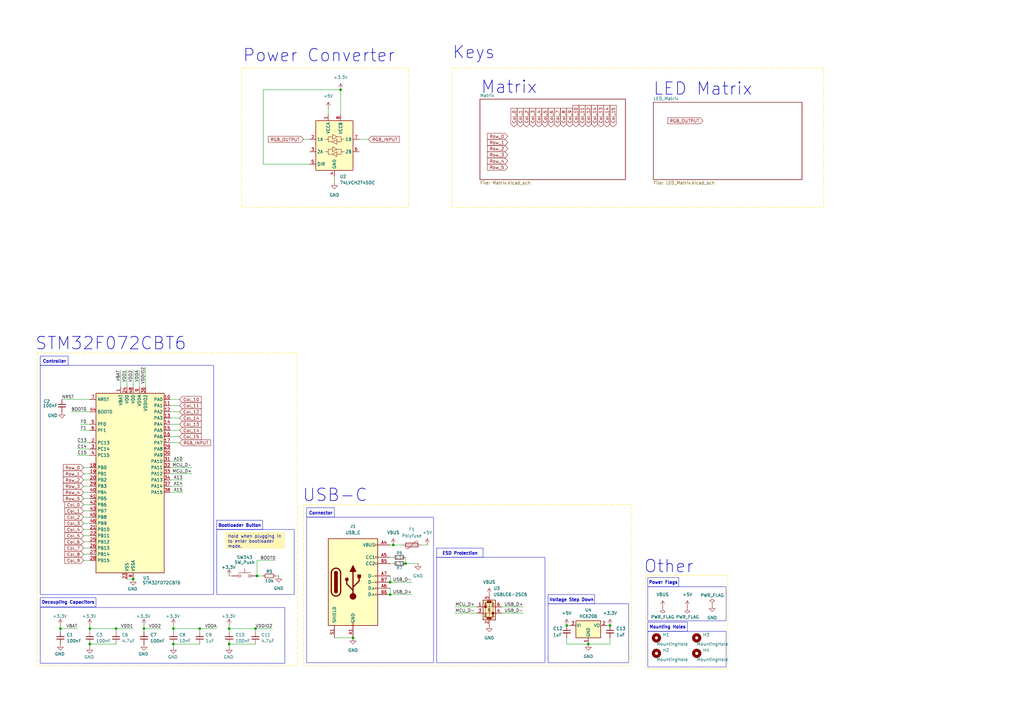
<source format=kicad_sch>
(kicad_sch (version 20250114) (generator "eeschema") (generator_version "9.0")
  (paper "A3")
  (title_block (rev "V1.0.0"))
  (lib_symbols
    (symbol "Connector:USB_C_Receptacle_USB2.0_14P" (pin_names (offset 1.016))
      (property "Reference" "J" (at 0 22.225 0))
      (property "Value" "USB_C_Receptacle_USB2.0_14P" (at 0 19.685 0))
      (symbol "USB_C_Receptacle_USB2.0_14P_0_0"
        (rectangle (start -0.254 -17.78) (end 0.254 -16.764))
        (rectangle (start 10.16 15.494) (end 9.144 14.986))
        (rectangle (start 10.16 10.414) (end 9.144 9.906))
        (rectangle (start 10.16 7.874) (end 9.144 7.366))
        (rectangle (start 10.16 2.794) (end 9.144 2.286))
        (rectangle (start 10.16 0.254) (end 9.144 -0.254))
        (rectangle (start 10.16 -2.286) (end 9.144 -2.794))
        (rectangle (start 10.16 -4.826) (end 9.144 -5.334))
      )
      (symbol "USB_C_Receptacle_USB2.0_14P_0_1"
        (rectangle (start -10.16 17.78) (end 10.16 -17.78) (stroke (width 0.254)) (fill (type background)))
        (polyline (pts (xy -8.89 -3.81) (xy -8.89 3.81)) (stroke (width 0.508)))
        (rectangle (start -7.62 -3.81) (end -6.35 3.81) (stroke (width 0.254)) (fill (type outline)))
        (arc (start -7.62 3.81) (mid -6.985 4.4423) (end -6.35 3.81) (stroke (width 0.254)))
        (arc (start -7.62 3.81) (mid -6.985 4.4423) (end -6.35 3.81) (stroke (width 0.254)) (fill (type outline)))
        (arc (start -8.89 3.81) (mid -6.985 5.7067) (end -5.08 3.81) (stroke (width 0.508)))
        (arc (start -5.08 -3.81) (mid -6.985 -5.7067) (end -8.89 -3.81) (stroke (width 0.508)))
        (arc (start -6.35 -3.81) (mid -6.985 -4.4423) (end -7.62 -3.81) (stroke (width 0.254)))
        (arc (start -6.35 -3.81) (mid -6.985 -4.4423) (end -7.62 -3.81) (stroke (width 0.254)) (fill (type outline)))
        (polyline (pts (xy -5.08 3.81) (xy -5.08 -3.81)) (stroke (width 0.508)))
        (circle (center -2.54 1.143) (radius 0.635) (stroke (width 0.254)) (fill (type outline)))
        (polyline (pts (xy -1.27 4.318) (xy 0 6.858) (xy 1.27 4.318) (xy -1.27 4.318)) (stroke (width 0.254)) (fill (type outline)))
        (polyline (pts (xy 0 -2.032) (xy 2.54 0.508) (xy 2.54 1.778)) (stroke (width 0.508)))
        (polyline (pts (xy 0 -3.302) (xy -2.54 -0.762) (xy -2.54 0.508)) (stroke (width 0.508)))
        (polyline (pts (xy 0 -5.842) (xy 0 4.318)) (stroke (width 0.508)))
        (circle (center 0 -5.842) (radius 1.27) (fill (type outline)))
        (rectangle (start 1.905 1.778) (end 3.175 3.048) (stroke (width 0.254)) (fill (type outline)))
      )
      (symbol "USB_C_Receptacle_USB2.0_14P_1_1"
        (pin passive line (at -7.62 -22.86 90) (length 5.08) (name "SHIELD") (number "S1"))
        (pin passive line (at 0 -22.86 90) (length 5.08) (name "GND") (number "A1"))
        (pin passive line (at 0 -22.86 90) (length 5.08) (hide yes) (name "GND") (number "A12"))
        (pin passive line (at 0 -22.86 90) (length 5.08) (hide yes) (name "GND") (number "B1"))
        (pin passive line (at 0 -22.86 90) (length 5.08) (hide yes) (name "GND") (number "B12"))
        (pin passive line (at 15.24 15.24 180) (length 5.08) (name "VBUS") (number "A4"))
        (pin passive line (at 15.24 15.24 180) (length 5.08) (hide yes) (name "VBUS") (number "A9"))
        (pin passive line (at 15.24 15.24 180) (length 5.08) (hide yes) (name "VBUS") (number "B4"))
        (pin passive line (at 15.24 15.24 180) (length 5.08) (hide yes) (name "VBUS") (number "B9"))
        (pin bidirectional line (at 15.24 10.16 180) (length 5.08) (name "CC1") (number "A5"))
        (pin bidirectional line (at 15.24 7.62 180) (length 5.08) (name "CC2") (number "B5"))
        (pin bidirectional line (at 15.24 2.54 180) (length 5.08) (name "D-") (number "A7"))
        (pin bidirectional line (at 15.24 0 180) (length 5.08) (name "D-") (number "B7"))
        (pin bidirectional line (at 15.24 -2.54 180) (length 5.08) (name "D+") (number "A6"))
        (pin bidirectional line (at 15.24 -5.08 180) (length 5.08) (name "D+") (number "B6"))
      )
    )
    (symbol "Device:C_Small" (pin_numbers (hide yes)) (pin_names (offset 0.254) (hide yes))
      (property "Reference" "C" (at 0.254 1.778 0))
      (property "Value" "C_Small" (at 0.254 -2.032 0))
      (symbol "C_Small_0_1"
        (polyline (pts (xy -1.524 0.508) (xy 1.524 0.508)) (stroke (width 0.3048)))
        (polyline (pts (xy -1.524 -0.508) (xy 1.524 -0.508)) (stroke (width 0.3302)))
      )
      (symbol "C_Small_1_1"
        (pin passive line (at 0 2.54 270) (length 2.032) (name "~") (number "1"))
        (pin passive line (at 0 -2.54 90) (length 2.032) (name "~") (number "2"))
      )
    )
    (symbol "Device:Polyfuse" (pin_numbers (hide yes)) (pin_names (offset 0))
      (property "Reference" "F" (at -2.54 0 90))
      (property "Value" "Polyfuse" (at 2.54 0 90))
      (symbol "Polyfuse_0_1"
        (polyline (pts (xy -1.524 2.54) (xy -1.524 1.524) (xy 1.524 -1.524) (xy 1.524 -2.54)))
        (rectangle (start -0.762 2.54) (end 0.762 -2.54) (stroke (width 0.254)))
        (polyline (pts (xy 0 2.54) (xy 0 -2.54)))
      )
      (symbol "Polyfuse_1_1"
        (pin passive line (at 0 3.81 270) (length 1.27) (name "~") (number "1"))
        (pin passive line (at 0 -3.81 90) (length 1.27) (name "~") (number "2"))
      )
    )
    (symbol "Device:R_Small" (pin_numbers (hide yes)) (pin_names (offset 0.254) (hide yes))
      (property "Reference" "R" (at 0.762 0.508 0))
      (property "Value" "R_Small" (at 0.762 -1.016 0))
      (symbol "R_Small_0_1"
        (rectangle (start -0.762 1.778) (end 0.762 -1.778) (stroke (width 0.2032)))
      )
      (symbol "R_Small_1_1"
        (pin passive line (at 0 2.54 270) (length 0.762) (name "~") (number "1"))
        (pin passive line (at 0 -2.54 90) (length 0.762) (name "~") (number "2"))
      )
    )
    (symbol "Logic_LevelTranslator:74LVCH2T45DC"
      (property "Reference" "U" (at 6.35 -11.43 0))
      (property "Value" "74LVCH2T45DC" (at 10.16 11.43 0))
      (symbol "74LVCH2T45DC_1_1"
        (rectangle (start -7.62 10.16) (end 7.62 -10.16) (stroke (width 0.254)) (fill (type background)))
        (polyline (pts (xy -2.54 2.54) (xy -2.54 3.556) (xy -0.762 3.556)))
        (polyline (pts (xy -2.54 -2.54) (xy -2.54 -1.524) (xy -0.762 -1.524)))
        (polyline (pts (xy -0.762 2.54) (xy -0.762 4.572) (xy 1.016 3.556) (xy -0.762 2.54)))
        (polyline (pts (xy -0.762 1.524) (xy -2.54 1.524) (xy -2.54 2.54) (xy -3.81 2.54)))
        (polyline (pts (xy -0.762 -2.54) (xy -0.762 -0.508) (xy 1.016 -1.524) (xy -0.762 -2.54)))
        (polyline (pts (xy -0.762 -3.556) (xy -2.54 -3.556) (xy -2.54 -2.54) (xy -3.81 -2.54)))
        (polyline (pts (xy 1.016 3.556) (xy 2.794 3.556) (xy 2.794 2.54) (xy 4.064 2.54)))
        (polyline (pts (xy 1.016 2.54) (xy 1.016 0.762) (xy 1.016 0.508) (xy -0.762 1.524) (xy 1.016 2.54)))
        (polyline (pts (xy 1.016 -1.524) (xy 2.794 -1.524) (xy 2.794 -2.54) (xy 4.064 -2.54)))
        (polyline (pts (xy 1.016 -2.54) (xy 1.016 -4.318) (xy 1.016 -4.572) (xy -0.762 -3.556) (xy 1.016 -2.54)))
        (polyline (pts (xy 2.794 2.54) (xy 2.794 1.524) (xy 1.016 1.524)))
        (polyline (pts (xy 2.794 -2.54) (xy 2.794 -3.556) (xy 1.016 -3.556)))
        (pin bidirectional line (at -10.16 2.54 0) (length 2.54) (name "1A") (number "2"))
        (pin bidirectional line (at -10.16 -2.54 0) (length 2.54) (name "2A") (number "3"))
        (pin input line (at -10.16 -7.62 0) (length 2.54) (name "DIR") (number "5"))
        (pin power_in line (at -2.54 12.7 270) (length 2.54) (name "VCCA") (number "1"))
        (pin power_in line (at 0 -12.7 90) (length 2.54) (name "GND") (number "4"))
        (pin power_in line (at 2.54 12.7 270) (length 2.54) (name "VCCB") (number "8"))
        (pin bidirectional line (at 10.16 2.54 180) (length 2.54) (name "1B") (number "7"))
        (pin bidirectional line (at 10.16 -2.54 180) (length 2.54) (name "2B") (number "6"))
      )
    )
    (symbol "MCU_ST_STM32F0:STM32F072CBTx"
      (property "Reference" "U" (at -12.7 39.37 0))
      (property "Value" "STM32F072CBTx" (at 10.16 39.37 0))
      (symbol "STM32F072CBTx_0_1"
        (rectangle (start -12.7 -35.56) (end 15.24 38.1) (stroke (width 0.254)) (fill (type background)))
      )
      (symbol "STM32F072CBTx_1_1"
        (pin input line (at -15.24 35.56 0) (length 2.54) (name "NRST") (number "7"))
        (pin input line (at -15.24 30.48 0) (length 2.54) (name "BOOT0") (number "44"))
        (pin bidirectional line (at -15.24 25.4 0) (length 2.54) (name "PF0") (number "5"))
        (pin bidirectional line (at -15.24 22.86 0) (length 2.54) (name "PF1") (number "6"))
        (pin bidirectional line (at -15.24 17.78 0) (length 2.54) (name "PC13") (number "2"))
        (pin bidirectional line (at -15.24 15.24 0) (length 2.54) (name "PC14") (number "3"))
        (pin bidirectional line (at -15.24 12.7 0) (length 2.54) (name "PC15") (number "4"))
        (pin bidirectional line (at -15.24 7.62 0) (length 2.54) (name "PB0") (number "18"))
        (pin bidirectional line (at -15.24 5.08 0) (length 2.54) (name "PB1") (number "19"))
        (pin bidirectional line (at -15.24 2.54 0) (length 2.54) (name "PB2") (number "20"))
        (pin bidirectional line (at -15.24 0 0) (length 2.54) (name "PB3") (number "39"))
        (pin bidirectional line (at -15.24 -2.54 0) (length 2.54) (name "PB4") (number "40"))
        (pin bidirectional line (at -15.24 -5.08 0) (length 2.54) (name "PB5") (number "41"))
        (pin bidirectional line (at -15.24 -7.62 0) (length 2.54) (name "PB6") (number "42"))
        (pin bidirectional line (at -15.24 -10.16 0) (length 2.54) (name "PB7") (number "43"))
        (pin bidirectional line (at -15.24 -12.7 0) (length 2.54) (name "PB8") (number "45"))
        (pin bidirectional line (at -15.24 -15.24 0) (length 2.54) (name "PB9") (number "46"))
        (pin bidirectional line (at -15.24 -17.78 0) (length 2.54) (name "PB10") (number "21"))
        (pin bidirectional line (at -15.24 -20.32 0) (length 2.54) (name "PB11") (number "22"))
        (pin bidirectional line (at -15.24 -22.86 0) (length 2.54) (name "PB12") (number "25"))
        (pin bidirectional line (at -15.24 -25.4 0) (length 2.54) (name "PB13") (number "26"))
        (pin bidirectional line (at -15.24 -27.94 0) (length 2.54) (name "PB14") (number "27"))
        (pin bidirectional line (at -15.24 -30.48 0) (length 2.54) (name "PB15") (number "28"))
        (pin power_in line (at -2.54 40.64 270) (length 2.54) (name "VBAT") (number "1"))
        (pin power_in line (at 0 40.64 270) (length 2.54) (name "VDD") (number "24"))
        (pin power_in line (at 0 -38.1 90) (length 2.54) (name "VSS") (number "23"))
        (pin passive line (at 0 -38.1 90) (length 2.54) (hide yes) (name "VSS") (number "35"))
        (pin passive line (at 0 -38.1 90) (length 2.54) (hide yes) (name "VSS") (number "47"))
        (pin power_in line (at 2.54 40.64 270) (length 2.54) (name "VDD") (number "48"))
        (pin power_in line (at 2.54 -38.1 90) (length 2.54) (name "VSSA") (number "8"))
        (pin power_in line (at 5.08 40.64 270) (length 2.54) (name "VDDA") (number "9"))
        (pin power_in line (at 7.62 40.64 270) (length 2.54) (name "VDDIO2") (number "36"))
        (pin bidirectional line (at 17.78 35.56 180) (length 2.54) (name "PA0") (number "10"))
        (pin bidirectional line (at 17.78 33.02 180) (length 2.54) (name "PA1") (number "11"))
        (pin bidirectional line (at 17.78 30.48 180) (length 2.54) (name "PA2") (number "12"))
        (pin bidirectional line (at 17.78 27.94 180) (length 2.54) (name "PA3") (number "13"))
        (pin bidirectional line (at 17.78 25.4 180) (length 2.54) (name "PA4") (number "14"))
        (pin bidirectional line (at 17.78 22.86 180) (length 2.54) (name "PA5") (number "15"))
        (pin bidirectional line (at 17.78 20.32 180) (length 2.54) (name "PA6") (number "16"))
        (pin bidirectional line (at 17.78 17.78 180) (length 2.54) (name "PA7") (number "17"))
        (pin bidirectional line (at 17.78 15.24 180) (length 2.54) (name "PA8") (number "29"))
        (pin bidirectional line (at 17.78 12.7 180) (length 2.54) (name "PA9") (number "30"))
        (pin bidirectional line (at 17.78 10.16 180) (length 2.54) (name "PA10") (number "31"))
        (pin bidirectional line (at 17.78 7.62 180) (length 2.54) (name "PA11") (number "32"))
        (pin bidirectional line (at 17.78 5.08 180) (length 2.54) (name "PA12") (number "33"))
        (pin bidirectional line (at 17.78 2.54 180) (length 2.54) (name "PA13") (number "34"))
        (pin bidirectional line (at 17.78 0 180) (length 2.54) (name "PA14") (number "37"))
        (pin bidirectional line (at 17.78 -2.54 180) (length 2.54) (name "PA15") (number "38"))
      )
    )
    (symbol "Mechanical:MountingHole" (pin_names (offset 1.016)) (in_bom no)
      (property "Reference" "H" (at 0 5.08 0))
      (property "Value" "MountingHole" (at 0 3.175 0))
      (symbol "MountingHole_0_1"
        (circle (center 0 0) (radius 1.27) (stroke (width 1.27)))
      )
    )
    (symbol "Power_Protection:USBLC6-2SC6" (pin_names (hide yes))
      (property "Reference" "U" (at 0.635 5.715 0))
      (property "Value" "USBLC6-2SC6" (at 0.635 3.81 0))
      (symbol "USBLC6-2SC6_0_0"
        (circle (center -1.524 0) (radius 0.0001) (stroke (width 0.508)))
        (circle (center -0.508 2.032) (radius 0.0001) (stroke (width 0.508)))
        (circle (center -0.508 -4.572) (radius 0.0001) (stroke (width 0.508)))
        (circle (center 0.508 2.032) (radius 0.0001) (stroke (width 0.508)))
        (circle (center 0.508 -4.572) (radius 0.0001) (stroke (width 0.508)))
        (circle (center 1.524 -2.54) (radius 0.0001) (stroke (width 0.508)))
      )
      (symbol "USBLC6-2SC6_0_1"
        (polyline (pts (xy -2.54 0) (xy 2.54 0)))
        (polyline (pts (xy -2.54 -2.54) (xy 2.54 -2.54)))
        (polyline (pts (xy -2.032 0.508) (xy -1.016 0.508) (xy -1.524 1.524) (xy -2.032 0.508)))
        (polyline (pts (xy -2.032 -3.048) (xy -1.016 -3.048)))
        (polyline (pts (xy -1.016 1.524) (xy -2.032 1.524)))
        (polyline (pts (xy -1.016 -4.064) (xy -2.032 -4.064) (xy -1.524 -3.048) (xy -1.016 -4.064)))
        (polyline (pts (xy -0.508 -1.143) (xy -0.508 -0.762) (xy 0.508 -0.762)))
        (polyline (pts (xy 0 2.54) (xy -0.508 2.032) (xy 0.508 2.032) (xy 0 1.524) (xy 0 -4.064) (xy -0.508 -4.572) (xy 0.508 -4.572) (xy 0 -5.08)))
        (polyline (pts (xy 0.508 -1.778) (xy -0.508 -1.778) (xy 0 -0.762) (xy 0.508 -1.778)))
        (polyline (pts (xy 1.016 1.524) (xy 2.032 1.524)))
        (polyline (pts (xy 1.016 -3.048) (xy 2.032 -3.048)))
        (polyline (pts (xy 2.032 0.508) (xy 1.016 0.508) (xy 1.524 1.524) (xy 2.032 0.508)))
        (polyline (pts (xy 2.032 -4.064) (xy 1.016 -4.064) (xy 1.524 -3.048) (xy 2.032 -4.064)))
      )
      (symbol "USBLC6-2SC6_1_1"
        (rectangle (start -2.54 2.794) (end 2.54 -5.334) (stroke (width 0.254)) (fill (type background)))
        (polyline (pts (xy -0.508 2.032) (xy -1.524 2.032) (xy -1.524 -4.572) (xy -0.508 -4.572)))
        (polyline (pts (xy 0.508 -4.572) (xy 1.524 -4.572) (xy 1.524 2.032) (xy 0.508 2.032)))
        (pin passive line (at -5.08 0 0) (length 2.54) (name "I/O1") (number "1"))
        (pin passive line (at -5.08 -2.54 0) (length 2.54) (name "I/O2") (number "3"))
        (pin passive line (at 0 5.08 270) (length 2.54) (name "VBUS") (number "5"))
        (pin passive line (at 0 -7.62 90) (length 2.54) (name "GND") (number "2"))
        (pin passive line (at 5.08 0 180) (length 2.54) (name "I/O1") (number "6"))
        (pin passive line (at 5.08 -2.54 180) (length 2.54) (name "I/O2") (number "4"))
      )
    )
    (symbol "Regulator_Linear:XC6206PxxxMR" (pin_names (offset 0.254))
      (property "Reference" "U" (at -3.81 3.175 0))
      (property "Value" "XC6206PxxxMR" (at 0 3.175 0))
      (symbol "XC6206PxxxMR_0_1"
        (rectangle (start -5.08 1.905) (end 5.08 -5.08) (stroke (width 0.254)) (fill (type background)))
      )
      (symbol "XC6206PxxxMR_1_1"
        (pin power_in line (at -7.62 0 0) (length 2.54) (name "VI") (number "3"))
        (pin power_in line (at 0 -7.62 90) (length 2.54) (name "GND") (number "1"))
        (pin power_out line (at 7.62 0 180) (length 2.54) (name "VO") (number "2"))
      )
    )
    (symbol "Switch:SW_Push" (pin_numbers (hide yes)) (pin_names (offset 1.016) (hide yes))
      (property "Reference" "SW" (at 1.27 2.54 0))
      (property "Value" "SW_Push" (at 0 -1.524 0))
      (symbol "SW_Push_0_1"
        (circle (center -2.032 0) (radius 0.508))
        (polyline (pts (xy 0 1.27) (xy 0 3.048)))
        (circle (center 2.032 0) (radius 0.508))
        (polyline (pts (xy 2.54 1.27) (xy -2.54 1.27)))
        (pin passive line (at -5.08 0 0) (length 2.54) (name "1") (number "1"))
        (pin passive line (at 5.08 0 180) (length 2.54) (name "2") (number "2"))
      )
    )
    (symbol "power:+3.3V" (power) (pin_numbers (hide yes)) (pin_names (offset 0) (hide yes))
      (property "Value" "+3.3V" (at 0 3.556 0))
      (symbol "+3.3V_0_1"
        (polyline (pts (xy -0.762 1.27) (xy 0 2.54)))
        (polyline (pts (xy 0 2.54) (xy 0.762 1.27)))
        (polyline (pts (xy 0 0) (xy 0 2.54)))
      )
      (symbol "+3.3V_1_1"
        (pin power_in line (at 0 0 90) (length 0) (name "~") (number "1"))
      )
    )
    (symbol "power:+5V" (power) (pin_numbers (hide yes)) (pin_names (offset 0) (hide yes))
      (property "Value" "+5V" (at 0 3.556 0))
      (symbol "+5V_0_1"
        (polyline (pts (xy -0.762 1.27) (xy 0 2.54)))
        (polyline (pts (xy 0 2.54) (xy 0.762 1.27)))
        (polyline (pts (xy 0 0) (xy 0 2.54)))
      )
      (symbol "+5V_1_1"
        (pin power_in line (at 0 0 90) (length 0) (name "~") (number "1"))
      )
    )
    (symbol "power:GND" (power) (pin_numbers (hide yes)) (pin_names (offset 0) (hide yes))
      (property "Value" "GND" (at 0 -3.81 0))
      (symbol "GND_0_1"
        (polyline (pts (xy 0 0) (xy 0 -1.27) (xy 1.27 -1.27) (xy 0 -2.54) (xy -1.27 -1.27) (xy 0 -1.27)))
      )
      (symbol "GND_1_1"
        (pin power_in line (at 0 0 270) (length 0) (name "~") (number "1"))
      )
    )
    (symbol "power:PWR_FLAG" (power) (pin_numbers (hide yes)) (pin_names (offset 0) (hide yes))
      (property "Value" "PWR_FLAG" (at 0 3.81 0))
      (symbol "PWR_FLAG_0_0"
        (pin power_out line (at 0 0 90) (length 0) (name "~") (number "1"))
      )
      (symbol "PWR_FLAG_0_1"
        (polyline (pts (xy 0 0) (xy 0 1.27) (xy -1.016 1.905) (xy 0 2.54) (xy 1.016 1.905) (xy 0 1.27)))
      )
    )
    (symbol "power:VBUS" (power) (pin_numbers (hide yes)) (pin_names (offset 0) (hide yes))
      (property "Value" "VBUS" (at 0 3.556 0))
      (symbol "VBUS_0_1"
        (polyline (pts (xy -0.762 1.27) (xy 0 2.54)))
        (polyline (pts (xy 0 2.54) (xy 0.762 1.27)))
        (polyline (pts (xy 0 0) (xy 0 2.54)))
      )
      (symbol "VBUS_1_1"
        (pin power_in line (at 0 0 90) (length 0) (name "~") (number "1"))
      )
    )
  )
  (rectangle (start 224.79 247.65) (end 257.81 271.78))
  (rectangle (start 88.9 217.17) (end 120.65 243.84))
  (rectangle (start 16.51 146.05) (end 27.94 149.86))
  (rectangle (start 265.684 236.855) (end 278.384 240.665))
  (rectangle (start 224.79 243.84) (end 243.84 247.65))
  (rectangle (start 265.684 255.143) (end 281.94 258.953))
  (rectangle (start 264.922 235.966) (end 298.45 274.32) (stroke (width 0) (type dash) (color 255 229 36 1)))
  (rectangle (start 179.07 228.6) (end 223.52 271.78))
  (rectangle (start 16.51 245.11) (end 39.37 248.92))
  (rectangle (start 99.06 27.94) (end 167.64 85.09) (stroke (width 0) (type dash) (color 255 229 36 1)))
  (rectangle (start 15.24 144.78) (end 121.92 273.05) (stroke (width 0) (type dash) (color 255 229 36 1)))
  (rectangle (start 179.07 224.79) (end 198.12 228.6))
  (rectangle (start 125.73 208.28) (end 137.16 212.09))
  (rectangle (start 265.684 258.953) (end 297.815 273.558))
  (rectangle (start 16.51 249.174) (end 116.84 272.034))
  (rectangle (start 16.51 149.86) (end 87.63 243.84))
  (rectangle (start 124.46 207.01) (end 259.08 273.05) (stroke (width 0) (type dash) (color 255 229 36 1)))
  (rectangle (start 88.9 213.36) (end 107.696 217.17))
  (rectangle (start 265.684 240.665) (end 297.815 254.635))
  (rectangle (start 125.73 212.09) (end 177.8 271.78))
  (rectangle (start 185.42 27.94) (end 337.82 85.09) (stroke (width 0) (type dash) (color 255 229 36 1)))
  (text "Voltage Step Down" (at 234.442 246.126 0) (effects (font (size 1.27 1.27) (thickness 0.254) (bold yes))))
  (text "Other" (at 274.32 232.41 0) (effects (font (size 5.08 5.08) (thickness 0.254) (bold yes))))
  (text "USB-C\n" (at 137.414 203.2 0) (effects (font (size 5.08 5.08) (thickness 0.254) (bold yes))))
  (text "Keys\n" (at 194.31 21.59 0) (effects (font (size 5.08 5.08) (thickness 0.254) (bold yes))))
  (text "ESD Protection" (at 188.722 227.076 0) (effects (font (size 1.27 1.27) (thickness 0.254) (bold yes))))
  (text "STM32F072CBT6" (at 45.466 140.97 0) (effects (font (size 5.08 5.08) (thickness 0.254) (bold yes))))
  (text "Connector\n" (at 131.572 210.566 0) (effects (font (size 1.27 1.27) (thickness 0.254) (bold yes))))
  (text "Power Flags" (at 272.034 239.014 0) (effects (font (size 1.27 1.27) (thickness 0.254) (bold yes))))
  (text "Mounting Holes" (at 273.812 257.302 0) (effects (font (size 1.27 1.27) (thickness 0.254) (bold yes))))
  (text "Controller\n" (at 22.352 148.336 0) (effects (font (size 1.27 1.27) (thickness 0.254) (bold yes))))
  (text "Decoupling Capacitors" (at 27.94 247.142 0) (effects (font (size 1.27 1.27) (thickness 0.254) (bold yes))))
  (text "Power Converter\n" (at 130.81 22.86 0) (effects (font (size 5.08 5.08) (thickness 0.254) (bold yes))))
  (text "Matrix" (at 208.788 35.814 0) (effects (font (size 5.08 5.08) (thickness 0.254) (bold yes))))
  (text "LED Matrix\n\n" (at 288.29 40.64 0) (effects (font (size 5.08 5.08) (thickness 0.254) (bold yes))))
  (text "Bootloader Button" (at 98.298 215.646 0) (effects (font (size 1.27 1.27) (thickness 0.254) (bold yes))))
  (text_box "Hold when plugging in to enter bootloader mode." (at 92.456 218.186 0) (size 24.384 6.858) (margins 0.9524 0.9524 0.9524 0.9524) (stroke (width -0.0001)) (fill (type color) (color 255 229 36 0.33)) (effects (font (size 1.27 1.27)) (justify left top)))
  (junction (at 24.765 257.81))
  (junction (at 105.41 236.22))
  (junction (at 160.02 243.84))
  (junction (at 93.98 257.81))
  (junction (at 104.775 257.81))
  (junction (at 54.61 237.49))
  (junction (at 59.055 257.81))
  (junction (at 161.29 223.52))
  (junction (at 47.625 257.81))
  (junction (at 139.7 36.83))
  (junction (at 250.19 256.54))
  (junction (at 36.83 264.16))
  (junction (at 160.02 238.76))
  (junction (at 81.915 257.81))
  (junction (at 71.12 264.16))
  (junction (at 93.98 264.16))
  (junction (at 36.83 257.81))
  (junction (at 71.12 257.81))
  (junction (at 241.3 264.16))
  (junction (at 144.78 261.62))
  (junction (at 232.41 256.54))
  (junction (at 166.37 231.14))
  (wire (pts (xy 168.91 243.84) (xy 160.02 243.84)))
  (wire (pts (xy 107.95 67.31) (xy 127 67.31)))
  (wire (pts (xy 74.93 199.39) (xy 69.85 199.39)))
  (wire (pts (xy 29.21 168.91) (xy 36.83 168.91)))
  (wire (pts (xy 232.41 261.62) (xy 232.41 264.16)))
  (wire (pts (xy 73.66 166.37) (xy 69.85 166.37)))
  (wire (pts (xy 137.16 72.39) (xy 137.16 74.93)))
  (wire (pts (xy 107.95 36.83) (xy 107.95 67.31)))
  (wire (pts (xy 31.75 186.69) (xy 36.83 186.69)))
  (wire (pts (xy 34.29 219.71) (xy 36.83 219.71)))
  (wire (pts (xy 34.29 217.17) (xy 36.83 217.17)))
  (wire (pts (xy 73.66 171.45) (xy 69.85 171.45)))
  (wire (pts (xy 34.29 222.25) (xy 36.83 222.25)))
  (wire (pts (xy 160.02 223.52) (xy 161.29 223.52)))
  (wire (pts (xy 147.32 57.15) (xy 151.13 57.15)))
  (wire (pts (xy 34.29 191.77) (xy 36.83 191.77)))
  (wire (pts (xy 59.69 150.495) (xy 59.69 158.75)))
  (wire (pts (xy 232.41 264.16) (xy 241.3 264.16)))
  (wire (pts (xy 73.66 179.07) (xy 69.85 179.07)))
  (wire (pts (xy 166.37 228.6) (xy 166.37 231.14)))
  (wire (pts (xy 168.91 238.76) (xy 160.02 238.76)))
  (wire (pts (xy 34.29 194.31) (xy 36.83 194.31)))
  (wire (pts (xy 166.37 231.14) (xy 171.45 231.14)))
  (wire (pts (xy 214.63 248.92) (xy 205.74 248.92)))
  (wire (pts (xy 93.98 256.54) (xy 93.98 257.81)))
  (wire (pts (xy 104.775 257.81) (xy 104.775 259.08)))
  (wire (pts (xy 160.02 236.22) (xy 160.02 238.76)))
  (wire (pts (xy 36.83 257.81) (xy 36.83 259.08)))
  (wire (pts (xy 78.74 191.77) (xy 69.85 191.77)))
  (wire (pts (xy 81.915 257.81) (xy 81.915 259.08)))
  (wire (pts (xy 36.83 257.81) (xy 47.625 257.81)))
  (wire (pts (xy 52.07 151.765) (xy 52.07 158.75)))
  (wire (pts (xy 34.29 229.87) (xy 36.83 229.87)))
  (wire (pts (xy 24.765 257.81) (xy 24.765 259.08)))
  (wire (pts (xy 71.12 256.54) (xy 71.12 257.81)))
  (wire (pts (xy 74.93 189.23) (xy 69.85 189.23)))
  (wire (pts (xy 47.625 257.81) (xy 54.61 257.81)))
  (wire (pts (xy 186.69 251.46) (xy 195.58 251.46)))
  (wire (pts (xy 73.66 176.53) (xy 69.85 176.53)))
  (wire (pts (xy 34.29 214.63) (xy 36.83 214.63)))
  (wire (pts (xy 186.69 248.92) (xy 195.58 248.92)))
  (wire (pts (xy 36.83 256.54) (xy 36.83 257.81)))
  (wire (pts (xy 34.29 207.01) (xy 36.83 207.01)))
  (wire (pts (xy 78.74 194.31) (xy 69.85 194.31)))
  (wire (pts (xy 93.98 257.81) (xy 93.98 259.08)))
  (wire (pts (xy 47.625 257.81) (xy 47.625 259.08)))
  (wire (pts (xy 113.03 229.87) (xy 105.41 229.87)))
  (wire (pts (xy 25.4 163.83) (xy 36.83 163.83)))
  (wire (pts (xy 31.75 181.61) (xy 36.83 181.61)))
  (wire (pts (xy 105.41 229.87) (xy 105.41 236.22)))
  (wire (pts (xy 34.29 201.93) (xy 36.83 201.93)))
  (wire (pts (xy 105.41 236.22) (xy 107.95 236.22)))
  (wire (pts (xy 49.53 151.765) (xy 49.53 158.75)))
  (wire (pts (xy 232.41 256.54) (xy 233.68 256.54)))
  (wire (pts (xy 81.915 257.81) (xy 88.9 257.81)))
  (wire (pts (xy 57.15 151.765) (xy 57.15 158.75)))
  (wire (pts (xy 34.29 227.33) (xy 36.83 227.33)))
  (wire (pts (xy 160.02 241.3) (xy 160.02 243.84)))
  (wire (pts (xy 36.83 265.43) (xy 36.83 264.16)))
  (wire (pts (xy 124.46 57.15) (xy 127 57.15)))
  (wire (pts (xy 52.07 237.49) (xy 54.61 237.49)))
  (wire (pts (xy 59.055 256.54) (xy 59.055 257.81)))
  (wire (pts (xy 36.83 264.16) (xy 47.625 264.16)))
  (wire (pts (xy 34.29 224.79) (xy 36.83 224.79)))
  (wire (pts (xy 54.61 151.765) (xy 54.61 158.75)))
  (wire (pts (xy 73.66 163.83) (xy 69.85 163.83)))
  (wire (pts (xy 160.02 231.14) (xy 161.29 231.14)))
  (wire (pts (xy 250.19 261.62) (xy 250.19 264.16)))
  (wire (pts (xy 134.62 44.45) (xy 134.62 46.99)))
  (wire (pts (xy 33.02 176.53) (xy 36.83 176.53)))
  (wire (pts (xy 139.7 46.99) (xy 139.7 36.83)))
  (wire (pts (xy 241.3 264.16) (xy 250.19 264.16)))
  (wire (pts (xy 34.29 204.47) (xy 36.83 204.47)))
  (wire (pts (xy 172.72 223.52) (xy 175.26 223.52)))
  (wire (pts (xy 74.93 196.85) (xy 69.85 196.85)))
  (wire (pts (xy 73.66 181.61) (xy 69.85 181.61)))
  (wire (pts (xy 113.03 236.22) (xy 114.3 236.22)))
  (wire (pts (xy 137.16 261.62) (xy 144.78 261.62)))
  (wire (pts (xy 214.63 251.46) (xy 205.74 251.46)))
  (wire (pts (xy 93.98 257.81) (xy 104.775 257.81)))
  (wire (pts (xy 34.29 199.39) (xy 36.83 199.39)))
  (wire (pts (xy 161.29 223.52) (xy 165.1 223.52)))
  (wire (pts (xy 71.12 264.16) (xy 81.915 264.16)))
  (wire (pts (xy 73.66 168.91) (xy 69.85 168.91)))
  (wire (pts (xy 93.98 265.43) (xy 93.98 264.16)))
  (wire (pts (xy 31.75 257.81) (xy 24.765 257.81)))
  (wire (pts (xy 71.12 257.81) (xy 81.915 257.81)))
  (wire (pts (xy 93.98 264.16) (xy 104.775 264.16)))
  (wire (pts (xy 93.98 236.22) (xy 95.25 236.22)))
  (wire (pts (xy 31.75 184.15) (xy 36.83 184.15)))
  (wire (pts (xy 71.12 265.43) (xy 71.12 264.16)))
  (wire (pts (xy 24.765 256.54) (xy 24.765 257.81)))
  (wire (pts (xy 104.775 257.81) (xy 111.76 257.81)))
  (wire (pts (xy 66.04 257.81) (xy 59.055 257.81)))
  (wire (pts (xy 139.7 36.83) (xy 107.95 36.83)))
  (wire (pts (xy 34.29 212.09) (xy 36.83 212.09)))
  (wire (pts (xy 59.055 257.81) (xy 59.055 259.08)))
  (wire (pts (xy 33.02 173.99) (xy 36.83 173.99)))
  (wire (pts (xy 74.93 201.93) (xy 69.85 201.93)))
  (wire (pts (xy 71.12 257.81) (xy 71.12 259.08)))
  (wire (pts (xy 34.29 196.85) (xy 36.83 196.85)))
  (wire (pts (xy 248.92 256.54) (xy 250.19 256.54)))
  (wire (pts (xy 34.29 209.55) (xy 36.83 209.55)))
  (wire (pts (xy 160.02 228.6) (xy 161.29 228.6)))
  (wire (pts (xy 73.66 173.99) (xy 69.85 173.99)))
  (label "F1" (at 33.02 176.53 0))
  (label "NRST" (at 25.4 163.83 0))
  (label "A13" (at 74.93 196.85 180))
  (label "A10" (at 74.93 189.23 180))
  (label "A14" (at 74.93 199.39 180))
  (label "VDDIO2" (at 59.69 150.495 270))
  (label "VBAT" (at 49.53 151.765 270))
  (label "MCU_D-" (at 78.74 191.77 180))
  (label "VDD1" (at 54.61 257.81 180))
  (label "C15" (at 31.75 186.69 0))
  (label "F0" (at 33.02 173.99 0))
  (label "VDD1" (at 52.07 151.765 270))
  (label "A15" (at 74.93 201.93 180))
  (label "USB_D-" (at 168.91 238.76 180))
  (label "VBAT" (at 31.75 257.81 180))
  (label "BOOT0" (at 29.21 168.91 0))
  (label "MCU_D+" (at 186.69 248.92 0))
  (label "C14" (at 31.75 184.15 0))
  (label "C13" (at 31.75 181.61 0))
  (label "VDDA" (at 88.9 257.81 180))
  (label "USB_D-" (at 214.63 251.46 180))
  (label "USB_D+" (at 214.63 248.92 180))
  (label "MCU_D+" (at 78.74 194.31 180))
  (label "VDD2" (at 66.04 257.81 180))
  (label "MCU_D-" (at 186.69 251.46 0))
  (label "USB_D+" (at 168.91 243.84 180))
  (label "VDDA" (at 57.15 151.765 270))
  (label "VDD2" (at 54.61 151.765 270))
  (label "BOOT0" (at 113.03 229.87 180))
  (label "VDDIO2" (at 111.76 257.81 180))
  (global_label "Col_4" (shape input) (at 34.29 217.17 180) (property "Intersheetrefs" "${INTERSHEET_REFS}" (effects (hide yes))))
  (global_label "Col_5" (shape input) (at 34.29 219.71 180) (property "Intersheetrefs" "${INTERSHEET_REFS}" (effects (hide yes))))
  (global_label "Col_0" (shape input) (at 210.82 52.07 90) (property "Intersheetrefs" "${INTERSHEET_REFS}" (effects (hide yes))))
  (global_label "Col_6" (shape input) (at 34.29 222.25 180) (property "Intersheetrefs" "${INTERSHEET_REFS}" (effects (hide yes))))
  (global_label "Col_15" (shape input) (at 251.46 52.07 90) (property "Intersheetrefs" "${INTERSHEET_REFS}" (effects (hide yes))))
  (global_label "Col_2" (shape input) (at 215.9 52.07 90) (property "Intersheetrefs" "${INTERSHEET_REFS}" (effects (hide yes))))
  (global_label "Col_2" (shape input) (at 34.29 212.09 180) (property "Intersheetrefs" "${INTERSHEET_REFS}" (effects (hide yes))))
  (global_label "Row_0" (shape input) (at 208.28 55.88 180) (property "Intersheetrefs" "${INTERSHEET_REFS}" (effects (hide yes))))
  (global_label "Col_11" (shape input) (at 238.76 52.07 90) (property "Intersheetrefs" "${INTERSHEET_REFS}" (effects (hide yes))))
  (global_label "Col_0" (shape input) (at 34.29 207.01 180) (property "Intersheetrefs" "${INTERSHEET_REFS}" (effects (hide yes))))
  (global_label "Col_13" (shape input) (at 73.66 173.99 0) (property "Intersheetrefs" "${INTERSHEET_REFS}" (effects (hide yes))))
  (global_label "Col_10" (shape input) (at 73.66 163.83 0) (property "Intersheetrefs" "${INTERSHEET_REFS}" (effects (hide yes))))
  (global_label "Row_1" (shape input) (at 208.28 58.42 180) (property "Intersheetrefs" "${INTERSHEET_REFS}" (effects (hide yes))))
  (global_label "Col_6" (shape input) (at 226.06 52.07 90) (property "Intersheetrefs" "${INTERSHEET_REFS}" (effects (hide yes))))
  (global_label "Row_1" (shape input) (at 34.29 194.31 180) (property "Intersheetrefs" "${INTERSHEET_REFS}" (effects (hide yes))))
  (global_label "Col_8" (shape input) (at 231.14 52.07 90) (property "Intersheetrefs" "${INTERSHEET_REFS}" (effects (hide yes))))
  (global_label "Row_2" (shape input) (at 208.28 60.96 180) (property "Intersheetrefs" "${INTERSHEET_REFS}" (effects (hide yes))))
  (global_label "Row_5" (shape input) (at 208.28 68.58 180) (property "Intersheetrefs" "${INTERSHEET_REFS}" (effects (hide yes))))
  (global_label "RGB_OUTPUT" (shape input) (at 124.46 57.15 180) (property "Intersheetrefs" "${INTERSHEET_REFS}" (effects (hide yes))))
  (global_label "Col_14" (shape input) (at 243.84 52.07 90) (property "Intersheetrefs" "${INTERSHEET_REFS}" (effects (hide yes))))
  (global_label "Col_7" (shape input) (at 228.6 52.07 90) (property "Intersheetrefs" "${INTERSHEET_REFS}" (effects (hide yes))))
  (global_label "Col_10" (shape input) (at 236.22 52.07 90) (property "Intersheetrefs" "${INTERSHEET_REFS}" (effects (hide yes))))
  (global_label "Col_1" (shape input) (at 34.29 209.55 180) (property "Intersheetrefs" "${INTERSHEET_REFS}" (effects (hide yes))))
  (global_label "Col_7" (shape input) (at 34.29 224.79 180) (property "Intersheetrefs" "${INTERSHEET_REFS}" (effects (hide yes))))
  (global_label "Col_12" (shape input) (at 73.66 168.91 0) (property "Intersheetrefs" "${INTERSHEET_REFS}" (effects (hide yes))))
  (global_label "Row_4" (shape input) (at 34.29 201.93 180) (property "Intersheetrefs" "${INTERSHEET_REFS}" (effects (hide yes))))
  (global_label "Col_8" (shape input) (at 34.29 227.33 180) (property "Intersheetrefs" "${INTERSHEET_REFS}" (effects (hide yes))))
  (global_label "Col_1" (shape input) (at 213.36 52.07 90) (property "Intersheetrefs" "${INTERSHEET_REFS}" (effects (hide yes))))
  (global_label "RGB_INPUT" (shape input) (at 73.66 181.61 0) (property "Intersheetrefs" "${INTERSHEET_REFS}" (effects (hide yes))))
  (global_label "Col_14" (shape input) (at 248.92 52.07 90) (property "Intersheetrefs" "${INTERSHEET_REFS}" (effects (hide yes))))
  (global_label "Col_15" (shape input) (at 73.66 179.07 0) (property "Intersheetrefs" "${INTERSHEET_REFS}" (effects (hide yes))))
  (global_label "Row_3" (shape input) (at 208.28 63.5 180) (property "Intersheetrefs" "${INTERSHEET_REFS}" (effects (hide yes))))
  (global_label "RGB_INPUT" (shape input) (at 151.13 57.15 0) (property "Intersheetrefs" "${INTERSHEET_REFS}" (effects (hide yes))))
  (global_label "Col_11" (shape input) (at 73.66 166.37 0) (property "Intersheetrefs" "${INTERSHEET_REFS}" (effects (hide yes))))
  (global_label "Col_14" (shape input) (at 73.66 171.45 0) (property "Intersheetrefs" "${INTERSHEET_REFS}" (effects (hide yes))))
  (global_label "Col_3" (shape input) (at 34.29 214.63 180) (property "Intersheetrefs" "${INTERSHEET_REFS}" (effects (hide yes))))
  (global_label "Row_3" (shape input) (at 34.29 199.39 180) (property "Intersheetrefs" "${INTERSHEET_REFS}" (effects (hide yes))))
  (global_label "Row_5" (shape input) (at 34.29 204.47 180) (property "Intersheetrefs" "${INTERSHEET_REFS}" (effects (hide yes))))
  (global_label "Col_4" (shape input) (at 220.98 52.07 90) (property "Intersheetrefs" "${INTERSHEET_REFS}" (effects (hide yes))))
  (global_label "Col_13" (shape input) (at 246.38 52.07 90) (property "Intersheetrefs" "${INTERSHEET_REFS}" (effects (hide yes))))
  (global_label "Row_4" (shape input) (at 208.28 66.04 180) (property "Intersheetrefs" "${INTERSHEET_REFS}" (effects (hide yes))))
  (global_label "Row_0" (shape input) (at 34.29 191.77 180) (property "Intersheetrefs" "${INTERSHEET_REFS}" (effects (hide yes))))
  (global_label "RGB_OUTPUT" (shape input) (at 288.29 49.53 180) (property "Intersheetrefs" "${INTERSHEET_REFS}" (effects (hide yes))))
  (global_label "Col_5" (shape input) (at 223.52 52.07 90) (property "Intersheetrefs" "${INTERSHEET_REFS}" (effects (hide yes))))
  (global_label "Col_14" (shape input) (at 73.66 176.53 0) (property "Intersheetrefs" "${INTERSHEET_REFS}" (effects (hide yes))))
  (global_label "Col_9" (shape input) (at 233.68 52.07 90) (property "Intersheetrefs" "${INTERSHEET_REFS}" (effects (hide yes))))
  (global_label "Col_9" (shape input) (at 34.29 229.87 180) (property "Intersheetrefs" "${INTERSHEET_REFS}" (effects (hide yes))))
  (global_label "Row_2" (shape input) (at 34.29 196.85 180) (property "Intersheetrefs" "${INTERSHEET_REFS}" (effects (hide yes))))
  (global_label "Col_12" (shape input) (at 241.3 52.07 90) (property "Intersheetrefs" "${INTERSHEET_REFS}" (effects (hide yes))))
  (global_label "Col_3" (shape input) (at 218.44 52.07 90) (property "Intersheetrefs" "${INTERSHEET_REFS}" (effects (hide yes))))
  (symbol (lib_id "Mechanical:MountingHole") (at 285.75 267.97 0) (unit 1) (exclude_from_sim yes) (in_bom no)
    (property "Reference" "H4" (at 288.29 266.6999 0) (effects (justify left)))
    (property "Value" "MountingHole" (at 285.75 270.51 0) (effects (justify left)))
    (property "Footprint" "MountingHole:MountingHole_2.1mm" (effects (hide yes)))
    (property "Description" "Mounting Hole without connection" (effects (hide yes)))
  )
  (symbol (lib_id "power:+3.3V") (at 93.98 256.54 0) (unit 1)
    (property "Reference" "#PWR016" (effects (hide yes)))
    (property "Value" "+3.3V" (at 93.726 252.73 0))
    (property "Description" "Power symbol creates a global label with name \"+3.3V\"" (effects (hide yes)))
  )
  (symbol (lib_id "power:+3.3V") (at 93.98 236.22 0) (unit 1)
    (property "Reference" "#PWR015" (effects (hide yes)))
    (property "Value" "+3.3V" (at 93.726 232.664 0))
    (property "Description" "Power symbol creates a global label with name \"+3.3V\"" (effects (hide yes)))
  )
  (symbol (lib_id "MCU_ST_STM32F0:STM32F072CBTx") (at 52.07 199.39 0) (unit 1)
    (property "Reference" "U1" (at 58.674 236.982 0) (effects (justify left)))
    (property "Value" "STM32F072CBT6" (at 58.42 239.014 0) (effects (justify left)))
    (property "Footprint" "ScottoKeebs_Components:Package_LQFP-48_7x7mm_P0.5" (effects (hide yes)))
    (property "Datasheet" "https://www.st.com/resource/en/datasheet/stm32f072cb.pdf" (effects (hide yes)))
    (property "Description" "STMicroelectronics Arm Cortex-M0 MCU, 128KB flash, 16KB RAM, 48 MHz, 2.0-3.6V, 37 GPIO, LQFP48" (effects (hide yes)))
    (property "LCSC" "C81720" (effects (hide yes)))
    (property "JlcRotOffset" "-90" (effects (hide yes)))
  )
  (symbol (lib_id "Regulator_Linear:XC6206PxxxMR") (at 241.3 256.54 0) (unit 1)
    (property "Reference" "U4" (at 241.3 250.19 0))
    (property "Value" "XC6206" (at 241.3 252.73 0))
    (property "Footprint" "ScottoKeebs_Components:Voltage_SOT-23" (effects (hide yes)))
    (property "Datasheet" "https://www.torexsemi.com/file/xc6206/XC6206.pdf" (effects (hide yes)))
    (property "Description" "Positive 60-250mA Low Dropout Regulator, Fixed Output, SOT-23" (effects (hide yes)))
    (property "LCSC" "C5446" (effects (hide yes)))
    (property "JlcRotOffset" "180" (effects (hide yes)))
  )
  (symbol (lib_id "power:+5V") (at 175.26 223.52 0) (unit 1)
    (property "Reference" "#PWR025" (effects (hide yes)))
    (property "Value" "+5V" (at 175.26 218.44 0))
    (property "Description" "Power symbol creates a global label with name \"+5V\"" (effects (hide yes)))
  )
  (symbol (lib_id "power:GND") (at 54.61 237.49 0) (unit 1)
    (property "Reference" "#PWR010" (effects (hide yes)))
    (property "Value" "GND" (at 54.356 241.554 0))
    (property "Description" "Power symbol creates a global label with name \"GND\" , ground" (effects (hide yes)))
  )
  (symbol (lib_id "Device:R_Small") (at 110.49 236.22 270) (unit 1)
    (property "Reference" "R5" (at 110.49 234.442 90))
    (property "Value" "10k" (at 110.49 238.252 90))
    (property "Footprint" "ScottoKeebs_Components:Resistor_0402" (effects (hide yes)))
    (property "Description" "Resistor, small symbol" (effects (hide yes)))
    (property "LCSC" "C25744" (effects (hide yes)))
  )
  (symbol (lib_id "Device:C_Small") (at 36.83 261.62 180) (unit 1)
    (property "Reference" "C3" (at 39.37 260.3435 0) (effects (justify right)))
    (property "Value" "100nF" (at 39.37 262.8835 0) (effects (justify right)))
    (property "Footprint" "ScottoKeebs_Components:Capacitor_0402" (effects (hide yes)))
    (property "Description" "Unpolarized capacitor, small symbol" (effects (hide yes)))
    (property "LCSC" "C307331" (effects (hide yes)))
    (property "MPN" "CL05B104KB54PNC" (effects (hide yes)))
  )
  (symbol (lib_id "power:+3.3V") (at 24.765 256.54 0) (unit 1)
    (property "Reference" "#PWR01" (effects (hide yes)))
    (property "Value" "+3.3V" (at 24.511 252.73 0))
    (property "Description" "Power symbol creates a global label with name \"+3.3V\"" (effects (hide yes)))
  )
  (symbol (lib_id "power:+5V") (at 232.41 256.54 0) (unit 1)
    (property "Reference" "#PWR028" (effects (hide yes)))
    (property "Value" "+5V" (at 232.41 251.46 0))
    (property "Description" "Power symbol creates a global label with name \"+5V\"" (effects (hide yes)))
  )
  (symbol (lib_id "power:GND") (at 71.12 265.43 0) (unit 1)
    (property "Reference" "#PWR014" (effects (hide yes)))
    (property "Value" "GND" (at 70.866 269.494 0))
    (property "Description" "Power symbol creates a global label with name \"GND\" , ground" (effects (hide yes)))
  )
  (symbol (lib_id "Power_Protection:USBLC6-2SC6") (at 200.66 248.92 0) (unit 1)
    (property "Reference" "U3" (at 202.3111 241.3 0) (effects (justify left)))
    (property "Value" "USBLC6-2SC6" (at 202.3111 243.84 0) (effects (justify left)))
    (property "Footprint" "ScottoKeebs_Components:ESD_SOT-23-6" (effects (hide yes)))
    (property "Datasheet" "https://www.st.com/resource/en/datasheet/usblc6-2.pdf" (effects (hide yes)))
    (property "Description" "Very low capacitance ESD protection diode, 2 data-line, SOT-23-6" (effects (hide yes)))
    (property "LCSC" "C2827654" (effects (hide yes)))
    (property "JlcRotOffset" "-90" (effects (hide yes)))
  )
  (symbol (lib_id "power:+5V") (at 281.94 248.92 0) (unit 1)
    (property "Reference" "#PWR032" (effects (hide yes)))
    (property "Value" "+5V" (at 281.94 243.84 0))
    (property "Description" "Power symbol creates a global label with name \"+5V\"" (effects (hide yes)))
  )
  (symbol (lib_id "power:+3.3V") (at 36.83 256.54 0) (unit 1)
    (property "Reference" "#PWR05" (effects (hide yes)))
    (property "Value" "+3.3V" (at 36.576 252.73 0))
    (property "Description" "Power symbol creates a global label with name \"+3.3V\"" (effects (hide yes)))
  )
  (symbol (lib_id "power:+5V") (at 134.62 44.45 0) (unit 1)
    (property "Reference" "#PWR019" (effects (hide yes)))
    (property "Value" "+5V" (at 134.62 39.37 0))
    (property "Description" "Power symbol creates a global label with name \"+5V\"" (effects (hide yes)))
  )
  (symbol (lib_id "Device:C_Small") (at 232.41 259.08 0) (unit 1)
    (property "Reference" "C12" (at 226.822 257.81 0) (effects (justify left)))
    (property "Value" "1uF" (at 226.822 260.35 0) (effects (justify left)))
    (property "Footprint" "ScottoKeebs_Components:Capacitor_0402" (effects (hide yes)))
    (property "Description" "Unpolarized capacitor, small symbol" (effects (hide yes)))
    (property "LCSC" "C52923" (effects (hide yes)))
  )
  (symbol (lib_id "power:GND") (at 144.78 261.62 0) (unit 1)
    (property "Reference" "#PWR022" (effects (hide yes)))
    (property "Value" "GND" (at 144.78 266.7 0))
    (property "Description" "Power symbol creates a global label with name \"GND\" , ground" (effects (hide yes)))
  )
  (symbol (lib_id "power:PWR_FLAG") (at 292.1 248.285 0) (unit 1)
    (property "Reference" "#FLG03" (effects (hide yes)))
    (property "Value" "PWR_FLAG" (at 292.1 244.1519 0))
    (property "Description" "Special symbol for telling ERC where power comes from" (effects (hide yes)))
  )
  (symbol (lib_id "Device:C_Small") (at 104.775 261.62 180) (unit 1)
    (property "Reference" "C11" (at 107.0991 260.4014 0) (effects (justify right)))
    (property "Value" "4.7uF" (at 107.0991 262.8257 0) (effects (justify right)))
    (property "Footprint" "ScottoKeebs_Components:Capacitor_0402" (effects (hide yes)))
    (property "Description" "Unpolarized capacitor, small symbol" (effects (hide yes)))
    (property "LCSC" "C23733" (effects (hide yes)))
    (property "MPN" "CL05A475MP5NRNC" (effects (hide yes)))
  )
  (symbol (lib_id "power:GND") (at 114.3 236.22 0) (unit 1)
    (property "Reference" "#PWR018" (effects (hide yes)))
    (property "Value" "GND" (at 114.3 241.3 0))
    (property "Description" "Power symbol creates a global label with name \"GND\" , ground" (effects (hide yes)))
  )
  (symbol (lib_id "power:GND") (at 59.055 264.16 0) (unit 1)
    (property "Reference" "#PWR012" (effects (hide yes)))
    (property "Value" "GND" (at 58.801 268.224 0))
    (property "Description" "Power symbol creates a global label with name \"GND\" , ground" (effects (hide yes)))
  )
  (symbol (lib_id "power:GND") (at 36.83 265.43 0) (unit 1)
    (property "Reference" "#PWR06" (effects (hide yes)))
    (property "Value" "GND" (at 36.576 269.494 0))
    (property "Description" "Power symbol creates a global label with name \"GND\" , ground" (effects (hide yes)))
  )
  (symbol (lib_id "power:GND") (at 137.16 74.93 0) (unit 1)
    (property "Reference" "#PWR020" (effects (hide yes)))
    (property "Value" "GND" (at 137.16 80.01 0))
    (property "Description" "Power symbol creates a global label with name \"GND\" , ground" (effects (hide yes)))
  )
  (symbol (lib_id "power:GND") (at 241.3 264.16 0) (unit 1)
    (property "Reference" "#PWR029" (effects (hide yes)))
    (property "Value" "GND" (at 241.3 269.24 0))
    (property "Description" "Power symbol creates a global label with name \"GND\" , ground" (effects (hide yes)))
  )
  (symbol (lib_id "Device:C_Small") (at 47.625 261.62 180) (unit 1)
    (property "Reference" "C6" (at 49.9491 260.4014 0) (effects (justify right)))
    (property "Value" "4.7uF" (at 49.9491 262.8257 0) (effects (justify right)))
    (property "Footprint" "ScottoKeebs_Components:Capacitor_0402" (effects (hide yes)))
    (property "Description" "Unpolarized capacitor, small symbol" (effects (hide yes)))
    (property "LCSC" "C23733" (effects (hide yes)))
    (property "MPN" "CL05A475MP5NRNC" (effects (hide yes)))
  )
  (symbol (lib_id "power:+3.3V") (at 71.12 256.54 0) (unit 1)
    (property "Reference" "#PWR013" (effects (hide yes)))
    (property "Value" "+3.3V" (at 70.866 252.73 0))
    (property "Description" "Power symbol creates a global label with name \"+3.3V\"" (effects (hide yes)))
  )
  (symbol (lib_id "Device:C_Small") (at 81.915 261.62 180) (unit 1)
    (property "Reference" "C9" (at 84.2391 260.4014 0) (effects (justify right)))
    (property "Value" "1uF" (at 84.2391 262.8257 0) (effects (justify right)))
    (property "Footprint" "ScottoKeebs_Components:Capacitor_0402" (effects (hide yes)))
    (property "Description" "Unpolarized capacitor, small symbol" (effects (hide yes)))
    (property "LCSC" "C52923" (effects (hide yes)))
    (property "MPN" "CL05A105KA5NQNC" (effects (hide yes)))
  )
  (symbol (lib_id "power:+3.3V") (at 139.7 36.83 0) (unit 1)
    (property "Reference" "#PWR021" (effects (hide yes)))
    (property "Value" "+3.3V" (at 139.7 31.75 0))
    (property "Description" "Power symbol creates a global label with name \"+3.3V\"" (effects (hide yes)))
  )
  (symbol (lib_id "power:VBUS") (at 271.78 248.92 0) (unit 1)
    (property "Reference" "#PWR031" (effects (hide yes)))
    (property "Value" "VBUS" (at 271.78 243.84 0))
    (property "Description" "Power symbol creates a global label with name \"VBUS\"" (effects (hide yes)))
  )
  (symbol (lib_id "Device:C_Small") (at 24.765 261.62 180) (unit 1)
    (property "Reference" "C1" (at 27.305 260.3435 0) (effects (justify right)))
    (property "Value" "100nF" (at 27.305 262.8835 0) (effects (justify right)))
    (property "Footprint" "ScottoKeebs_Components:Capacitor_0402" (effects (hide yes)))
    (property "Description" "Unpolarized capacitor, small symbol" (effects (hide yes)))
    (property "LCSC" "C307331" (effects (hide yes)))
    (property "MPN" "CL05B104KB54PNC" (effects (hide yes)))
  )
  (symbol (lib_id "Device:C_Small") (at 25.4 166.37 0) (unit 1)
    (property "Reference" "C2" (at 17.78 164.592 0) (effects (justify left)))
    (property "Value" "100nF" (at 17.526 166.37 0) (effects (justify left)))
    (property "Footprint" "ScottoKeebs_Components:Capacitor_0402" (effects (hide yes)))
    (property "Description" "Unpolarized capacitor, small symbol" (effects (hide yes)))
    (property "LCSC" "C307331" (effects (hide yes)))
  )
  (symbol (lib_id "Logic_LevelTranslator:74LVCH2T45DC") (at 137.16 59.69 0) (unit 1)
    (property "Reference" "U2" (at 139.3033 72.39 0) (effects (justify left)))
    (property "Value" "74LVCH2T45DC" (at 139.3033 74.93 0) (effects (justify left)))
    (property "Footprint" "Package_SO:VSSOP-8_2.3x2mm_P0.5mm" (effects (hide yes)))
    (property "Datasheet" "https://assets.nexperia.com/documents/data-sheet/74LVC_LVCH2T45.pdf" (effects (hide yes)))
    (property "Description" "Dual supply translating transceiver with bus-hold for unused/floating inputs, 3-state, 2-bit, VSSOP-8" (effects (hide yes)))
  )
  (symbol (lib_id "power:GND") (at 292.1 248.285 0) (unit 1)
    (property "Reference" "#PWR033" (effects (hide yes)))
    (property "Value" "GND" (at 292.1 253.365 0))
    (property "Description" "Power symbol creates a global label with name \"GND\" , ground" (effects (hide yes)))
  )
  (symbol (lib_id "Mechanical:MountingHole") (at 269.24 267.97 0) (unit 1) (in_bom no)
    (property "Reference" "H2" (at 271.78 266.6999 0) (effects (justify left)))
    (property "Value" "MountingHole" (at 269.24 270.51 0) (effects (justify left)))
    (property "Footprint" "MountingHole:MountingHole_2.1mm" (effects (hide yes)))
    (property "Description" "Mounting Hole without connection" (effects (hide yes)))
  )
  (symbol (lib_id "Device:R_Small") (at 163.83 231.14 90) (unit 1)
    (property "Reference" "R7" (at 163.83 232.918 90))
    (property "Value" "5.1k" (at 163.83 231.14 90))
    (property "Footprint" "ScottoKeebs_Components:Resistor_0402" (effects (hide yes)))
    (property "Description" "Resistor, small symbol" (effects (hide yes)))
    (property "LCSC" "C25905" (effects (hide yes)))
  )
  (symbol (lib_id "power:+3.3V") (at 250.19 256.54 0) (unit 1)
    (property "Reference" "#PWR030" (effects (hide yes)))
    (property "Value" "+3.3V" (at 250.19 251.46 0))
    (property "Description" "Power symbol creates a global label with name \"+3.3V\"" (effects (hide yes)))
  )
  (symbol (lib_id "power:PWR_FLAG") (at 271.78 248.92 180) (unit 1)
    (property "Reference" "#FLG01" (effects (hide yes)))
    (property "Value" "PWR_FLAG" (at 271.78 253.0531 0))
    (property "Description" "Special symbol for telling ERC where power comes from" (effects (hide yes)))
  )
  (symbol (lib_id "power:GND") (at 200.66 256.54 0) (unit 1)
    (property "Reference" "#PWR027" (effects (hide yes)))
    (property "Value" "GND" (at 200.66 261.62 0))
    (property "Description" "Power symbol creates a global label with name \"GND\" , ground" (effects (hide yes)))
  )
  (symbol (lib_id "Device:R_Small") (at 163.83 228.6 90) (unit 1)
    (property "Reference" "R6" (at 163.83 226.822 90))
    (property "Value" "5.1k" (at 163.83 228.6 90))
    (property "Footprint" "ScottoKeebs_Components:Resistor_0402" (effects (hide yes)))
    (property "Description" "Resistor, small symbol" (effects (hide yes)))
    (property "LCSC" "C25905" (effects (hide yes)))
  )
  (symbol (lib_id "Device:Polyfuse") (at 168.91 223.52 270) (unit 1)
    (property "Reference" "F1" (at 168.91 217.17 90))
    (property "Value" "Polyfuse" (at 168.91 219.71 90))
    (property "Footprint" "Fuse:Fuse_Bourns_MF-RHT100" (effects (hide yes)))
    (property "Description" "Resettable fuse, polymeric positive temperature coefficient" (effects (hide yes)))
  )
  (symbol (lib_id "power:VBUS") (at 200.66 243.84 0) (unit 1)
    (property "Reference" "#PWR026" (effects (hide yes)))
    (property "Value" "VBUS" (at 200.66 238.76 0))
    (property "Description" "Power symbol creates a global label with name \"VBUS\"" (effects (hide yes)))
  )
  (symbol (lib_id "Device:C_Small") (at 93.98 261.62 180) (unit 1)
    (property "Reference" "C10" (at 96.52 260.3435 0) (effects (justify right)))
    (property "Value" "100nF" (at 96.52 262.8835 0) (effects (justify right)))
    (property "Footprint" "ScottoKeebs_Components:Capacitor_0402" (effects (hide yes)))
    (property "Description" "Unpolarized capacitor, small symbol" (effects (hide yes)))
    (property "LCSC" "C307331" (effects (hide yes)))
    (property "MPN" "CL05B104KB54PNC" (effects (hide yes)))
  )
  (symbol (lib_id "power:GND") (at 24.765 264.16 0) (unit 1)
    (property "Reference" "#PWR02" (effects (hide yes)))
    (property "Value" "GND" (at 24.511 268.224 0))
    (property "Description" "Power symbol creates a global label with name \"GND\" , ground" (effects (hide yes)))
  )
  (symbol (lib_id "power:GND") (at 93.98 265.43 0) (unit 1)
    (property "Reference" "#PWR017" (effects (hide yes)))
    (property "Value" "GND" (at 93.726 269.494 0))
    (property "Description" "Power symbol creates a global label with name \"GND\" , ground" (effects (hide yes)))
  )
  (symbol (lib_id "Mechanical:MountingHole") (at 269.24 261.62 0) (unit 1) (in_bom no)
    (property "Reference" "H1" (at 271.78 260.3499 0) (effects (justify left)))
    (property "Value" "MountingHole" (at 269.24 264.16 0) (effects (justify left)))
    (property "Footprint" "MountingHole:MountingHole_2.1mm" (effects (hide yes)))
    (property "Description" "Mounting Hole without connection" (effects (hide yes)))
  )
  (symbol (lib_id "Mechanical:MountingHole") (at 285.75 261.62 0) (unit 1) (in_bom no)
    (property "Reference" "H3" (at 288.29 260.3499 0) (effects (justify left)))
    (property "Value" "MountingHole" (at 285.75 264.16 0) (effects (justify left)))
    (property "Footprint" "MountingHole:MountingHole_2.1mm" (effects (hide yes)))
    (property "Description" "Mounting Hole without connection" (effects (hide yes)))
  )
  (symbol (lib_id "Device:C_Small") (at 71.12 261.62 180) (unit 1)
    (property "Reference" "C8" (at 73.4441 260.4014 0) (effects (justify right)))
    (property "Value" "10nF" (at 73.4441 262.8257 0) (effects (justify right)))
    (property "Footprint" "ScottoKeebs_Components:Capacitor_0402" (effects (hide yes)))
    (property "Description" "Unpolarized capacitor, small symbol" (effects (hide yes)))
    (property "LCSC" "C15195" (effects (hide yes)))
    (property "MPN" "CL05B103KB5NNNC" (effects (hide yes)))
  )
  (symbol (lib_id "power:+3.3V") (at 59.055 256.54 0) (unit 1)
    (property "Reference" "#PWR011" (effects (hide yes)))
    (property "Value" "+3.3V" (at 58.801 252.73 0))
    (property "Description" "Power symbol creates a global label with name \"+3.3V\"" (effects (hide yes)))
  )
  (symbol (lib_id "power:VBUS") (at 161.29 223.52 0) (unit 1)
    (property "Reference" "#PWR023" (effects (hide yes)))
    (property "Value" "VBUS" (at 161.29 218.44 0))
    (property "Description" "Power symbol creates a global label with name \"VBUS\"" (effects (hide yes)))
  )
  (symbol (lib_id "Connector:USB_C_Receptacle_USB2.0_14P") (at 144.78 238.76 0) (unit 1)
    (property "Reference" "J1" (at 144.78 215.9 0))
    (property "Value" "USB_C" (at 144.78 218.44 0))
    (property "Footprint" "ScottoKeebs_Components:USB_C_HRO_TYPE-C-31-M-12" (effects (hide yes)))
    (property "Datasheet" "https://www.usb.org/sites/default/files/documents/usb_type-c.zip" (effects (hide yes)))
    (property "Description" "USB 2.0-only 14P Type-C Receptacle connector" (effects (hide yes)))
    (property "LCSC" "C165948" (effects (hide yes)))
  )
  (symbol (lib_id "Device:C_Small") (at 59.055 261.62 180) (unit 1)
    (property "Reference" "C7" (at 61.595 260.3435 0) (effects (justify right)))
    (property "Value" "100nF" (at 61.595 262.8835 0) (effects (justify right)))
    (property "Footprint" "ScottoKeebs_Components:Capacitor_0402" (effects (hide yes)))
    (property "Description" "Unpolarized capacitor, small symbol" (effects (hide yes)))
    (property "LCSC" "C307331" (effects (hide yes)))
    (property "MPN" "CL05B104KB54PNC" (effects (hide yes)))
  )
  (symbol (lib_id "power:GND") (at 25.4 168.91 0) (unit 1)
    (property "Reference" "#PWR04" (effects (hide yes)))
    (property "Value" "GND" (at 21.59 170.434 0))
    (property "Description" "Power symbol creates a global label with name \"GND\" , ground" (effects (hide yes)))
  )
  (symbol (lib_id "Switch:SW_Push") (at 100.33 236.22 0) (unit 1)
    (property "Reference" "SW343" (at 100.33 228.6 0))
    (property "Value" "SW_Push" (at 100.33 230.632 0))
    (property "Footprint" "ScottoKeebs_Components:Button_TL3342" (effects (hide yes)))
    (property "Description" "Push button switch, generic, two pins" (effects (hide yes)))
    (property "LCSC" "C115351" (effects (hide yes)))
  )
  (symbol (lib_id "Device:C_Small") (at 250.19 259.08 0) (unit 1)
    (property "Reference" "C13" (at 252.73 257.8162 0) (effects (justify left)))
    (property "Value" "1uF" (at 252.73 260.3562 0) (effects (justify left)))
    (property "Footprint" "ScottoKeebs_Components:Capacitor_0402" (effects (hide yes)))
    (property "Description" "Unpolarized capacitor, small symbol" (effects (hide yes)))
    (property "LCSC" "C52923" (effects (hide yes)))
  )
  (symbol (lib_id "power:GND") (at 171.45 231.14 0) (unit 1)
    (property "Reference" "#PWR024" (effects (hide yes)))
    (property "Value" "GND" (at 171.45 236.22 0))
    (property "Description" "Power symbol creates a global label with name \"GND\" , ground" (effects (hide yes)))
  )
  (symbol (lib_id "power:PWR_FLAG") (at 281.94 248.92 180) (unit 1)
    (property "Reference" "#FLG02" (effects (hide yes)))
    (property "Value" "PWR_FLAG" (at 281.94 253.0531 0))
    (property "Description" "Special symbol for telling ERC where power comes from" (effects (hide yes)))
  )
  (sheet (at 267.97 41.91) (size 60.96 31.75) (stroke (width 0.1524))
    (property "Sheetname" "LED_Matrix" (at 267.97 41.1984 0) (effects (justify left bottom)))
    (property "Sheetfile" "LED_Matrix.kicad_sch" (at 267.97 74.2446 0) (effects (justify left top)))
  )
  (sheet (at 196.85 40.64) (size 59.69 33.02) (stroke (width 0.1524))
    (property "Sheetname" "Matrix" (at 196.85 39.9284 0) (effects (justify left bottom)))
    (property "Sheetfile" "Matrix.kicad_sch" (at 196.85 74.2446 0) (effects (justify left top)))
  )
)
</source>
